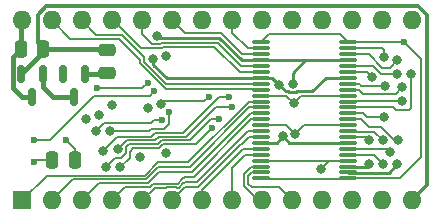
<source format=gbr>
%TF.GenerationSoftware,KiCad,Pcbnew,7.0.5-7.0.5~ubuntu20.04.1*%
%TF.CreationDate,2023-07-18T12:44:14+02:00*%
%TF.ProjectId,EpromEMU_BOT,4570726f-6d45-44d5-955f-424f542e6b69,rev?*%
%TF.SameCoordinates,Original*%
%TF.FileFunction,Copper,L2,Bot*%
%TF.FilePolarity,Positive*%
%FSLAX46Y46*%
G04 Gerber Fmt 4.6, Leading zero omitted, Abs format (unit mm)*
G04 Created by KiCad (PCBNEW 7.0.5-7.0.5~ubuntu20.04.1) date 2023-07-18 12:44:14*
%MOMM*%
%LPD*%
G01*
G04 APERTURE LIST*
G04 Aperture macros list*
%AMRoundRect*
0 Rectangle with rounded corners*
0 $1 Rounding radius*
0 $2 $3 $4 $5 $6 $7 $8 $9 X,Y pos of 4 corners*
0 Add a 4 corners polygon primitive as box body*
4,1,4,$2,$3,$4,$5,$6,$7,$8,$9,$2,$3,0*
0 Add four circle primitives for the rounded corners*
1,1,$1+$1,$2,$3*
1,1,$1+$1,$4,$5*
1,1,$1+$1,$6,$7*
1,1,$1+$1,$8,$9*
0 Add four rect primitives between the rounded corners*
20,1,$1+$1,$2,$3,$4,$5,0*
20,1,$1+$1,$4,$5,$6,$7,0*
20,1,$1+$1,$6,$7,$8,$9,0*
20,1,$1+$1,$8,$9,$2,$3,0*%
G04 Aperture macros list end*
%TA.AperFunction,ComponentPad*%
%ADD10C,0.800000*%
%TD*%
%TA.AperFunction,SMDPad,CuDef*%
%ADD11RoundRect,0.250000X0.250000X0.475000X-0.250000X0.475000X-0.250000X-0.475000X0.250000X-0.475000X0*%
%TD*%
%TA.AperFunction,SMDPad,CuDef*%
%ADD12RoundRect,0.075000X0.662500X0.075000X-0.662500X0.075000X-0.662500X-0.075000X0.662500X-0.075000X0*%
%TD*%
%TA.AperFunction,ComponentPad*%
%ADD13R,1.600000X1.600000*%
%TD*%
%TA.AperFunction,ComponentPad*%
%ADD14O,1.600000X1.600000*%
%TD*%
%TA.AperFunction,SMDPad,CuDef*%
%ADD15RoundRect,0.250000X0.475000X-0.250000X0.475000X0.250000X-0.475000X0.250000X-0.475000X-0.250000X0*%
%TD*%
%TA.AperFunction,SMDPad,CuDef*%
%ADD16RoundRect,0.250000X-0.250000X-0.475000X0.250000X-0.475000X0.250000X0.475000X-0.250000X0.475000X0*%
%TD*%
%TA.AperFunction,SMDPad,CuDef*%
%ADD17RoundRect,0.150000X-0.150000X0.587500X-0.150000X-0.587500X0.150000X-0.587500X0.150000X0.587500X0*%
%TD*%
%TA.AperFunction,ViaPad*%
%ADD18C,0.600000*%
%TD*%
%TA.AperFunction,ViaPad*%
%ADD19C,0.800000*%
%TD*%
%TA.AperFunction,Conductor*%
%ADD20C,0.200000*%
%TD*%
%TA.AperFunction,Conductor*%
%ADD21C,0.250000*%
%TD*%
%TA.AperFunction,Conductor*%
%ADD22C,0.400000*%
%TD*%
%TA.AperFunction,Conductor*%
%ADD23C,0.300000*%
%TD*%
G04 APERTURE END LIST*
D10*
%TO.P,J40,1,Pin_1*%
%TO.N,/uA16*%
X111658400Y-95123000D03*
%TD*%
%TO.P,J34,1,Pin_1*%
%TO.N,/~{DOE}*%
X113893600Y-86563200D03*
%TD*%
D11*
%TO.P,C1,1*%
%TO.N,+3V3*%
X106146600Y-95427800D03*
%TO.P,C1,2*%
%TO.N,GND*%
X104246600Y-95427800D03*
%TD*%
D12*
%TO.P,U5,1,T/~{R}1*%
%TO.N,/~{AOE}*%
X129304720Y-85461600D03*
%TO.P,U5,2,B0*%
%TO.N,/A10*%
X129304720Y-85961600D03*
%TO.P,U5,3,B1*%
%TO.N,/A11*%
X129304720Y-86461600D03*
%TO.P,U5,4,GND*%
%TO.N,GND*%
X129304720Y-86961600D03*
%TO.P,U5,5,B2*%
%TO.N,/A9*%
X129304720Y-87461600D03*
%TO.P,U5,6,B3*%
%TO.N,/A8*%
X129304720Y-87961600D03*
%TO.P,U5,7,VCC*%
%TO.N,+3V3*%
X129304720Y-88461600D03*
%TO.P,U5,8,B4*%
%TO.N,/A13*%
X129304720Y-88961600D03*
%TO.P,U5,9,B5*%
%TO.N,/A14*%
X129304720Y-89461600D03*
%TO.P,U5,10,GND*%
%TO.N,GND*%
X129304720Y-89961600D03*
%TO.P,U5,11,B6*%
%TO.N,/A15*%
X129304720Y-90461600D03*
%TO.P,U5,12,B7*%
%TO.N,/A12*%
X129304720Y-90961600D03*
%TO.P,U5,13,B8*%
%TO.N,/A7*%
X129304720Y-91461600D03*
%TO.P,U5,14,B9*%
%TO.N,/A6*%
X129304720Y-91961600D03*
%TO.P,U5,15,GND*%
%TO.N,GND*%
X129304720Y-92461600D03*
%TO.P,U5,16,B10*%
%TO.N,/A5*%
X129304720Y-92961600D03*
%TO.P,U5,17,B11*%
%TO.N,/A4*%
X129304720Y-93461600D03*
%TO.P,U5,18,VCC*%
%TO.N,+3V3*%
X129304720Y-93961600D03*
%TO.P,U5,19,B12*%
%TO.N,/A3*%
X129304720Y-94461600D03*
%TO.P,U5,20,B13*%
%TO.N,/A2*%
X129304720Y-94961600D03*
%TO.P,U5,21,GND*%
%TO.N,GND*%
X129304720Y-95461600D03*
%TO.P,U5,22,B14*%
%TO.N,/A1*%
X129304720Y-95961600D03*
%TO.P,U5,23,B15*%
%TO.N,/A0*%
X129304720Y-96461600D03*
%TO.P,U5,24,T/~{R}2*%
%TO.N,/~{AOE}*%
X129304720Y-96961600D03*
%TO.P,U5,25,~{OE2}*%
X121879720Y-96961600D03*
%TO.P,U5,26,A15*%
%TO.N,/EA0*%
X121879720Y-96461600D03*
%TO.P,U5,27,A14*%
%TO.N,/EA1*%
X121879720Y-95961600D03*
%TO.P,U5,28,GND*%
%TO.N,GND*%
X121879720Y-95461600D03*
%TO.P,U5,29,A13*%
%TO.N,/EA2*%
X121879720Y-94961600D03*
%TO.P,U5,30,A12*%
%TO.N,/EA3*%
X121879720Y-94461600D03*
%TO.P,U5,31,VCC*%
%TO.N,+3V3*%
X121879720Y-93961600D03*
%TO.P,U5,32,A11*%
%TO.N,/EA4*%
X121879720Y-93461600D03*
%TO.P,U5,33,A10*%
%TO.N,/EA5*%
X121879720Y-92961600D03*
%TO.P,U5,34,GND*%
%TO.N,GND*%
X121879720Y-92461600D03*
%TO.P,U5,35,A9*%
%TO.N,/EA6*%
X121879720Y-91961600D03*
%TO.P,U5,36,A8*%
%TO.N,/EA7*%
X121879720Y-91461600D03*
%TO.P,U5,37,A7*%
%TO.N,/EA12*%
X121879720Y-90961600D03*
%TO.P,U5,38,A6*%
%TO.N,/EA15*%
X121879720Y-90461600D03*
%TO.P,U5,39,GND*%
%TO.N,GND*%
X121879720Y-89961600D03*
%TO.P,U5,40,A5*%
%TO.N,/EA14*%
X121879720Y-89461600D03*
%TO.P,U5,41,A4*%
%TO.N,/EA13*%
X121879720Y-88961600D03*
%TO.P,U5,42,VCC*%
%TO.N,+3V3*%
X121879720Y-88461600D03*
%TO.P,U5,43,A3*%
%TO.N,/EA8*%
X121879720Y-87961600D03*
%TO.P,U5,44,A2*%
%TO.N,/EA9*%
X121879720Y-87461600D03*
%TO.P,U5,45,GND*%
%TO.N,GND*%
X121879720Y-86961600D03*
%TO.P,U5,46,A1*%
%TO.N,/EA11*%
X121879720Y-86461600D03*
%TO.P,U5,47,A0*%
%TO.N,/EA10*%
X121879720Y-85961600D03*
%TO.P,U5,48,~{OE1}*%
%TO.N,/~{AOE}*%
X121879720Y-85461600D03*
%TD*%
D10*
%TO.P,J2,1,Pin_1*%
%TO.N,/BATT*%
X107111800Y-91948000D03*
%TD*%
%TO.P,J32,1,Pin_1*%
%TO.N,/~{WERAM}*%
X113436400Y-90652600D03*
%TD*%
%TO.P,J31,1,Pin_1*%
%TO.N,/~{OERAM}*%
X113868200Y-94843600D03*
%TD*%
D13*
%TO.P,U7,1,A15*%
%TO.N,/EA15*%
X101650800Y-98831400D03*
D14*
%TO.P,U7,2,A12*%
%TO.N,/EA12*%
X104190800Y-98831400D03*
%TO.P,U7,3,A7*%
%TO.N,/EA7*%
X106730800Y-98831400D03*
%TO.P,U7,4,A6*%
%TO.N,/EA6*%
X109270800Y-98831400D03*
%TO.P,U7,5,A5*%
%TO.N,/EA5*%
X111810800Y-98831400D03*
%TO.P,U7,6,A4*%
%TO.N,/EA4*%
X114350800Y-98831400D03*
%TO.P,U7,7,A3*%
%TO.N,/EA3*%
X116890800Y-98831400D03*
%TO.P,U7,8,A2*%
%TO.N,/EA2*%
X119430800Y-98831400D03*
%TO.P,U7,9,A1*%
%TO.N,/EA1*%
X121970800Y-98831400D03*
%TO.P,U7,10,A0*%
%TO.N,/EA0*%
X124510800Y-98831400D03*
%TO.P,U7,11,D0*%
%TO.N,/ED0*%
X127050800Y-98831400D03*
%TO.P,U7,12,D1*%
%TO.N,/ED1*%
X129590800Y-98831400D03*
%TO.P,U7,13,D2*%
%TO.N,/ED2*%
X132130800Y-98831400D03*
%TO.P,U7,14,GND*%
%TO.N,GND*%
X134670800Y-98831400D03*
%TO.P,U7,15,D3*%
%TO.N,/ED3*%
X134670800Y-83591400D03*
%TO.P,U7,16,D4*%
%TO.N,/ED4*%
X132130800Y-83591400D03*
%TO.P,U7,17,D5*%
%TO.N,/ED5*%
X129590800Y-83591400D03*
%TO.P,U7,18,D6*%
%TO.N,/ED6*%
X127050800Y-83591400D03*
%TO.P,U7,19,D7*%
%TO.N,/ED7*%
X124510800Y-83591400D03*
%TO.P,U7,20,~{CE}*%
%TO.N,/~{ECS}*%
X121970800Y-83591400D03*
%TO.P,U7,21,A10*%
%TO.N,/EA10*%
X119430800Y-83591400D03*
%TO.P,U7,22,~{OE}*%
%TO.N,/~{EOE}*%
X116890800Y-83591400D03*
%TO.P,U7,23,A11*%
%TO.N,/EA11*%
X114350800Y-83591400D03*
%TO.P,U7,24,A9*%
%TO.N,/EA9*%
X111810800Y-83591400D03*
%TO.P,U7,25,A8*%
%TO.N,/EA8*%
X109270800Y-83591400D03*
%TO.P,U7,26,A13*%
%TO.N,/EA13*%
X106730800Y-83591400D03*
%TO.P,U7,27,A14*%
%TO.N,/EA14*%
X104190800Y-83591400D03*
%TO.P,U7,28,VCC*%
%TO.N,+5V*%
X101650800Y-83591400D03*
%TD*%
D15*
%TO.P,C2,1*%
%TO.N,/VCCRAM*%
X108839000Y-88011000D03*
%TO.P,C2,2*%
%TO.N,GND*%
X108839000Y-86111000D03*
%TD*%
D10*
%TO.P,J6,1,Pin_1*%
%TO.N,/A2*%
X132257800Y-95732600D03*
%TD*%
%TO.P,J18,1,Pin_1*%
%TO.N,/A14*%
X133883400Y-89230200D03*
%TD*%
%TO.P,J33,1,Pin_1*%
%TO.N,/~{AOE}*%
X112318800Y-91033600D03*
%TD*%
%TO.P,J5,1,Pin_1*%
%TO.N,/A1*%
X131089400Y-95732600D03*
%TD*%
%TO.P,J27,1,Pin_1*%
%TO.N,/D7*%
X108199200Y-91567000D03*
%TD*%
D16*
%TO.P,C6,1*%
%TO.N,+5V*%
X101589800Y-85979000D03*
%TO.P,C6,2*%
%TO.N,GND*%
X103489800Y-85979000D03*
%TD*%
D10*
%TO.P,J19,1,Pin_1*%
%TO.N,/A15*%
X133883400Y-90449400D03*
%TD*%
%TO.P,J16,1,Pin_1*%
%TO.N,/A12*%
X134645400Y-88087200D03*
%TD*%
%TO.P,J7,1,Pin_1*%
%TO.N,/A3*%
X132867400Y-94716600D03*
%TD*%
%TO.P,J21,1,Pin_1*%
%TO.N,/D1*%
X108762800Y-96012000D03*
%TD*%
%TO.P,J1,1,Pin_1*%
%TO.N,/A0*%
X133426200Y-95758000D03*
%TD*%
%TO.P,J10,1,Pin_1*%
%TO.N,/A6*%
X133477000Y-93700600D03*
%TD*%
%TO.P,J20,1,Pin_1*%
%TO.N,/D0*%
X109982000Y-96023800D03*
%TD*%
%TO.P,J23,1,Pin_1*%
%TO.N,/D3*%
X108508800Y-94640400D03*
%TD*%
%TO.P,J11,1,Pin_1*%
%TO.N,/A7*%
X132308600Y-91795600D03*
%TD*%
%TO.P,J30,1,Pin_1*%
%TO.N,+3V3*%
X112776000Y-86868000D03*
%TD*%
%TO.P,J22,1,Pin_1*%
%TO.N,/D2*%
X109778800Y-94513400D03*
%TD*%
%TO.P,J25,1,Pin_1*%
%TO.N,/D5*%
X107899200Y-92964000D03*
%TD*%
%TO.P,J8,1,Pin_1*%
%TO.N,/A4*%
X131038600Y-93751400D03*
%TD*%
%TO.P,J17,1,Pin_1*%
%TO.N,/A13*%
X132384800Y-89103200D03*
%TD*%
%TO.P,J24,1,Pin_1*%
%TO.N,/D4*%
X109143800Y-92989400D03*
%TD*%
%TO.P,J12,1,Pin_1*%
%TO.N,/A8*%
X131267200Y-88392000D03*
%TD*%
%TO.P,J15,1,Pin_1*%
%TO.N,/A11*%
X133451600Y-86944200D03*
%TD*%
%TO.P,J14,1,Pin_1*%
%TO.N,/A10*%
X132283200Y-86715600D03*
%TD*%
D17*
%TO.P,U8,1,GND*%
%TO.N,GND*%
X101564400Y-88165700D03*
%TO.P,U8,2,VO*%
%TO.N,Net-(U8-VO)*%
X103464400Y-88165700D03*
%TO.P,U8,3,VI*%
%TO.N,+5V*%
X102514400Y-90040700D03*
%TD*%
%TO.P,D2,1*%
%TO.N,+3V3*%
X105120400Y-88168000D03*
%TO.P,D2,2*%
%TO.N,/VCCRAM*%
X107020400Y-88168000D03*
%TO.P,D2,3*%
%TO.N,Net-(U8-VO)*%
X106070400Y-90043000D03*
%TD*%
D10*
%TO.P,J9,1,Pin_1*%
%TO.N,/A5*%
X132232400Y-93726000D03*
%TD*%
%TO.P,J13,1,Pin_1*%
%TO.N,/A9*%
X133451600Y-88112600D03*
%TD*%
%TO.P,J26,1,Pin_1*%
%TO.N,/D6*%
X109267600Y-90779600D03*
%TD*%
D18*
%TO.N,/~{AOE}*%
X134026400Y-85461600D03*
%TO.N,/~{DOE}*%
X112344200Y-88849200D03*
%TO.N,+3V3*%
X105388400Y-93715802D03*
%TO.N,GND*%
X102688400Y-95615808D03*
%TO.N,/~{DOE}*%
X108003577Y-89342808D03*
%TO.N,/~{AOE}*%
X102688400Y-93715806D03*
X112877600Y-89585800D03*
%TO.N,GND*%
X101594400Y-88165700D03*
X108839000Y-86111000D03*
%TO.N,+3V3*%
X105120400Y-88168000D03*
%TO.N,/VCCRAM*%
X108839006Y-88010994D03*
%TO.N,/D4*%
X114122200Y-91366600D03*
%TO.N,/D5*%
X113538000Y-92008400D03*
%TO.N,/D0*%
X117787043Y-92713087D03*
%TO.N,/D1*%
X118338600Y-91973400D03*
%TO.N,/D2*%
X119481600Y-90932000D03*
%TO.N,/D3*%
X119227600Y-90061600D03*
%TO.N,/~{WERAM}*%
X117498635Y-90034435D03*
D19*
%TO.N,GND*%
X113068558Y-84879227D03*
X124587781Y-88958600D03*
X124688600Y-90576400D03*
X124809695Y-93236600D03*
%TO.N,+3V3*%
X123469400Y-89052400D03*
X123770096Y-93418474D03*
%TO.N,GND*%
X127013376Y-96139150D03*
%TD*%
D20*
%TO.N,/~{AOE}*%
X104023194Y-93715806D02*
X102688400Y-93715806D01*
X107772200Y-89966800D02*
X104023194Y-93715806D01*
X112496600Y-89966800D02*
X107772200Y-89966800D01*
X112877600Y-89585800D02*
X112496600Y-89966800D01*
%TO.N,GND*%
X102876408Y-95427800D02*
X102688400Y-95615808D01*
X104246600Y-95427800D02*
X102876408Y-95427800D01*
%TO.N,+3V3*%
X106146600Y-94474000D02*
X105388400Y-93715800D01*
X106146600Y-95427800D02*
X106146600Y-94474000D01*
%TO.N,/D0*%
X110805800Y-94705600D02*
X111099600Y-94411800D01*
%TO.N,/D1*%
X108762800Y-96012000D02*
X109561400Y-95213400D01*
X109561400Y-95213400D02*
X110068750Y-95213400D01*
X110068750Y-95213400D02*
X110478800Y-94803350D01*
X110478800Y-94341552D02*
X110735552Y-94084800D01*
%TO.N,/D0*%
X109982000Y-96023800D02*
X110805800Y-95200000D01*
%TO.N,/D1*%
X110735552Y-94084800D02*
X113159048Y-94084800D01*
%TO.N,/D0*%
X110805800Y-95200000D02*
X110805800Y-94705600D01*
%TO.N,/D1*%
X113159048Y-94084800D02*
X113486248Y-93757600D01*
X115894000Y-93757600D02*
X117678200Y-91973400D01*
X113486248Y-93757600D02*
X115894000Y-93757600D01*
X110478800Y-94803350D02*
X110478800Y-94341552D01*
%TO.N,/D0*%
X116415530Y-94084600D02*
X117787043Y-92713087D01*
%TO.N,/D1*%
X117678200Y-91973400D02*
X118338600Y-91973400D01*
%TO.N,/D0*%
X111099600Y-94411800D02*
X113294496Y-94411800D01*
X113294496Y-94411800D02*
X113621696Y-94084600D01*
X113621696Y-94084600D02*
X116415530Y-94084600D01*
%TO.N,/D2*%
X112947400Y-93757800D02*
X113274600Y-93430600D01*
%TO.N,/D3*%
X115278000Y-93103600D02*
X118320000Y-90061600D01*
%TO.N,/D2*%
X109778800Y-94513400D02*
X110534400Y-93757800D01*
X115560600Y-93430600D02*
X118059200Y-90932000D01*
X118059200Y-90932000D02*
X119481600Y-90932000D01*
%TO.N,/D3*%
X108508800Y-94640400D02*
X109718400Y-93430800D01*
%TO.N,/D2*%
X110534400Y-93757800D02*
X112947400Y-93757800D01*
X113274600Y-93430600D02*
X115560600Y-93430600D01*
%TO.N,/D3*%
X109718400Y-93430800D02*
X112601200Y-93430800D01*
X112928400Y-93103600D02*
X115278000Y-93103600D01*
X112601200Y-93430800D02*
X112928400Y-93103600D01*
X118320000Y-90061600D02*
X119227600Y-90061600D01*
%TO.N,/D5*%
X107899200Y-92964000D02*
X108573800Y-92289400D01*
X108573800Y-92289400D02*
X112571200Y-92289400D01*
X112571200Y-92289400D02*
X112852200Y-92008400D01*
X112852200Y-92008400D02*
X113538000Y-92008400D01*
%TO.N,/D4*%
X112623600Y-92760800D02*
X113726129Y-92760800D01*
X109143800Y-92989400D02*
X112395000Y-92989400D01*
X112395000Y-92989400D02*
X112623600Y-92760800D01*
X113726129Y-92760800D02*
X114138000Y-92348929D01*
X114138000Y-92348929D02*
X114138000Y-91382400D01*
X114138000Y-91382400D02*
X114122200Y-91366600D01*
%TO.N,/~{DOE}*%
X111850592Y-89342808D02*
X112344200Y-88849200D01*
X108003577Y-89342808D02*
X111850592Y-89342808D01*
%TO.N,/EA14*%
X113890037Y-89434435D02*
X121852555Y-89434435D01*
X104190800Y-83591400D02*
X105727500Y-85128100D01*
X105727500Y-85128100D02*
X109893100Y-85128100D01*
X111683800Y-87228198D02*
X113890037Y-89434435D01*
X109893100Y-85128100D02*
X111683800Y-86918800D01*
X111683800Y-86918800D02*
X111683800Y-87228198D01*
%TO.N,/EA7*%
X106730800Y-98831400D02*
X108184400Y-97377800D01*
X108184400Y-97377800D02*
X112335096Y-97377800D01*
X112335096Y-97377800D02*
X113265496Y-96447400D01*
X113265496Y-96447400D02*
X116035421Y-96447400D01*
X116035421Y-96447400D02*
X121021221Y-91461600D01*
X121021221Y-91461600D02*
X121879720Y-91461600D01*
%TO.N,/EA12*%
X104190800Y-98831400D02*
X105971400Y-97050800D01*
X105971400Y-97050800D02*
X112199648Y-97050800D01*
X115861451Y-96027400D02*
X120927251Y-90961600D01*
X112199648Y-97050800D02*
X113223048Y-96027400D01*
X113223048Y-96027400D02*
X115861451Y-96027400D01*
X120927251Y-90961600D02*
X121879720Y-90961600D01*
%TO.N,/EA6*%
X121068200Y-91961600D02*
X121879720Y-91961600D01*
X113750517Y-97413600D02*
X113759717Y-97404400D01*
X109270800Y-98831400D02*
X110397400Y-97704800D01*
X115484144Y-96824800D02*
X116205000Y-96824800D01*
%TO.N,/EA15*%
X115741259Y-95607400D02*
X113180600Y-95607400D01*
%TO.N,/EA6*%
X115255544Y-97053400D02*
X115484144Y-96824800D01*
X116205000Y-96824800D02*
X121068200Y-91961600D01*
X114852904Y-97404400D02*
X115203904Y-97053400D01*
X113759717Y-97404400D02*
X114852904Y-97404400D01*
X115203904Y-97053400D02*
X115255544Y-97053400D01*
X112761744Y-97413600D02*
X113750517Y-97413600D01*
X112470544Y-97704800D02*
X112761744Y-97413600D01*
X110397400Y-97704800D02*
X112470544Y-97704800D01*
%TO.N,/EA15*%
X103758400Y-96723800D02*
X101650800Y-98831400D01*
X121879720Y-90461600D02*
X120887059Y-90461600D01*
X120887059Y-90461600D02*
X115741259Y-95607400D01*
X113180600Y-95607400D02*
X112064200Y-96723800D01*
X112064200Y-96723800D02*
X103758400Y-96723800D01*
%TO.N,/EA5*%
X115339352Y-97380400D02*
X115390992Y-97380400D01*
X113895165Y-97731400D02*
X114806435Y-97731400D01*
X111810800Y-98831400D02*
X112901600Y-97740600D01*
X116484959Y-97287400D02*
X120810759Y-92961600D01*
X112901600Y-97740600D02*
X113885965Y-97740600D01*
X113885965Y-97740600D02*
X113895165Y-97731400D01*
X114815635Y-97740600D02*
X114979152Y-97740600D01*
X114979152Y-97740600D02*
X115339352Y-97380400D01*
X114806435Y-97731400D02*
X114815635Y-97740600D01*
X120810759Y-92961600D02*
X121879720Y-92961600D01*
X115483992Y-97287400D02*
X116484959Y-97287400D01*
X115390992Y-97380400D02*
X115483992Y-97287400D01*
%TO.N,/~{WERAM}*%
X113436400Y-90652600D02*
X113665000Y-90424000D01*
X113665000Y-90424000D02*
X117109070Y-90424000D01*
X117109070Y-90424000D02*
X117498635Y-90034435D01*
%TO.N,/~{AOE}*%
X129304720Y-85461600D02*
X134026400Y-85461600D01*
X134026400Y-85461600D02*
X135458200Y-86893400D01*
X135458200Y-86893400D02*
X135458200Y-95148400D01*
X135458200Y-95148400D02*
X133645000Y-96961600D01*
X133645000Y-96961600D02*
X129304720Y-96961600D01*
%TO.N,/EA9*%
X120237172Y-87486802D02*
X121854518Y-87486802D01*
X113463535Y-85474200D02*
X118224570Y-85474200D01*
%TO.N,/EA8*%
X113493956Y-85906227D02*
X113598983Y-85801200D01*
%TO.N,/EA9*%
X112667257Y-85579227D02*
X113358508Y-85579227D01*
X111810800Y-84722770D02*
X112667257Y-85579227D01*
X111810800Y-83591400D02*
X111810800Y-84722770D01*
X113358508Y-85579227D02*
X113463535Y-85474200D01*
X118224570Y-85474200D02*
X120237172Y-87486802D01*
%TO.N,/EA8*%
X109408296Y-83591400D02*
X111723123Y-85906227D01*
X111723123Y-85906227D02*
X113493956Y-85906227D01*
X113598983Y-85801200D02*
X117957600Y-85801200D01*
X120118000Y-87961600D02*
X121879720Y-87961600D01*
X117957600Y-85801200D02*
X120118000Y-87961600D01*
D21*
%TO.N,+3V3*%
X124963086Y-89608600D02*
X124888086Y-89683600D01*
D20*
%TO.N,GND*%
X124067673Y-89961600D02*
X124141673Y-90035600D01*
D21*
%TO.N,+3V3*%
X124888086Y-89683600D02*
X124287476Y-89683600D01*
D20*
%TO.N,GND*%
X124141673Y-90035600D02*
X124147800Y-90035600D01*
D21*
%TO.N,+3V3*%
X124212476Y-89608600D02*
X124025600Y-89608600D01*
X129304720Y-88461600D02*
X127410772Y-88461600D01*
%TO.N,GND*%
X125637841Y-86961600D02*
X124587781Y-88011660D01*
D20*
X124147800Y-90035600D02*
X124688600Y-90576400D01*
D21*
%TO.N,+3V3*%
X126263772Y-89608600D02*
X124963086Y-89608600D01*
X127410772Y-88461600D02*
X126263772Y-89608600D01*
X124287476Y-89683600D02*
X124212476Y-89608600D01*
%TO.N,GND*%
X124587781Y-88011660D02*
X124587781Y-88958600D01*
X127127000Y-86961600D02*
X125637841Y-86961600D01*
D20*
X121879720Y-89961600D02*
X124067673Y-89961600D01*
D21*
%TO.N,+3V3*%
X124025600Y-89608600D02*
X123469400Y-89052400D01*
%TO.N,GND*%
X120261000Y-86961600D02*
X118342800Y-85043400D01*
X118342800Y-85043400D02*
X113232731Y-85043400D01*
X121879720Y-86961600D02*
X120261000Y-86961600D01*
X113232731Y-85043400D02*
X113068558Y-84879227D01*
%TO.N,/A0*%
X129304720Y-96461600D02*
X129312320Y-96469200D01*
X129312320Y-96469200D02*
X132715000Y-96469200D01*
X132715000Y-96469200D02*
X133426200Y-95758000D01*
D22*
%TO.N,GND*%
X103489800Y-86270300D02*
X101594400Y-88165700D01*
%TO.N,+5V*%
X101589800Y-85979000D02*
X100894400Y-86674400D01*
X101648500Y-90040700D02*
X102514400Y-90040700D01*
X100894400Y-86674400D02*
X100894400Y-89286600D01*
X100894400Y-89286600D02*
X101648500Y-90040700D01*
%TO.N,GND*%
X103489800Y-85979000D02*
X108707000Y-85979000D01*
D23*
X102990800Y-85480000D02*
X103489800Y-85979000D01*
X102990800Y-83094343D02*
X102990800Y-85480000D01*
X103693743Y-82391400D02*
X102990800Y-83094343D01*
X135940800Y-83164343D02*
X135167857Y-82391400D01*
X135167857Y-82391400D02*
X103693743Y-82391400D01*
X134670800Y-98831400D02*
X135940800Y-97561400D01*
X135940800Y-97561400D02*
X135940800Y-83164343D01*
D20*
%TO.N,/EA13*%
X112010800Y-86656352D02*
X110142848Y-84788400D01*
X113879650Y-88961600D02*
X112010800Y-87092750D01*
X112010800Y-87092750D02*
X112010800Y-86656352D01*
X121879720Y-88961600D02*
X113879650Y-88961600D01*
X110142848Y-84788400D02*
X107927800Y-84788400D01*
X107927800Y-84788400D02*
X106730800Y-83591400D01*
D22*
%TO.N,/VCCRAM*%
X107020400Y-88168000D02*
X108682000Y-88168000D01*
%TO.N,Net-(U8-VO)*%
X106070400Y-90043000D02*
X104267000Y-90043000D01*
X104267000Y-90043000D02*
X103464400Y-89240400D01*
X103464400Y-89240400D02*
X103464400Y-88165700D01*
D21*
%TO.N,+3V3*%
X121879720Y-88461600D02*
X113912400Y-88461600D01*
X113912400Y-88461600D02*
X112776000Y-87325200D01*
X112776000Y-87325200D02*
X112776000Y-86868000D01*
X122878600Y-88461600D02*
X123469400Y-89052400D01*
X121879720Y-88461600D02*
X122878600Y-88461600D01*
D20*
%TO.N,GND*%
X129304720Y-89961600D02*
X125303400Y-89961600D01*
X125303400Y-89961600D02*
X124688600Y-90576400D01*
X125584695Y-92461600D02*
X124809695Y-93236600D01*
X121879720Y-92461600D02*
X124034695Y-92461600D01*
X129304720Y-92461600D02*
X125584695Y-92461600D01*
X124034695Y-92461600D02*
X124809695Y-93236600D01*
D21*
%TO.N,+3V3*%
X129304720Y-93961600D02*
X124313222Y-93961600D01*
X124313222Y-93961600D02*
X123770096Y-93418474D01*
X121879720Y-93961600D02*
X123226970Y-93961600D01*
X123226970Y-93961600D02*
X123770096Y-93418474D01*
%TO.N,GND*%
X121879720Y-86961600D02*
X129304720Y-86961600D01*
D20*
%TO.N,/EA11*%
X121879720Y-86461600D02*
X120258804Y-86461600D01*
X115450800Y-84691400D02*
X114350800Y-83591400D01*
X118488603Y-84691400D02*
X115450800Y-84691400D01*
X120258804Y-86461600D02*
X118488603Y-84691400D01*
D22*
%TO.N,+5V*%
X101589800Y-85979000D02*
X101589800Y-83652400D01*
D20*
%TO.N,/EA3*%
X116890800Y-97947776D02*
X120376976Y-94461600D01*
%TO.N,/EA4*%
X120203006Y-94041600D02*
X120324729Y-94041600D01*
%TO.N,/EA3*%
X116890800Y-98831400D02*
X116890800Y-97947776D01*
X120376976Y-94461600D02*
X121879720Y-94461600D01*
%TO.N,/EA4*%
X120904729Y-93461600D02*
X121879720Y-93461600D01*
X116537206Y-97707400D02*
X120203006Y-94041600D01*
X120324729Y-94041600D02*
X120904729Y-93461600D01*
X114350800Y-98831400D02*
X115474800Y-97707400D01*
X115474800Y-97707400D02*
X116537206Y-97707400D01*
%TO.N,/~{AOE}*%
X128614720Y-84771600D02*
X129304720Y-85461600D01*
X122569720Y-84771600D02*
X128614720Y-84771600D01*
X121879720Y-85461600D02*
X122569720Y-84771600D01*
%TO.N,/A6*%
X129304720Y-91961600D02*
X130413290Y-91961600D01*
X130413290Y-91961600D02*
X131034690Y-92583000D01*
X131034690Y-92583000D02*
X132080000Y-92583000D01*
X132080000Y-92583000D02*
X133197600Y-93700600D01*
%TO.N,/A5*%
X131509400Y-93003000D02*
X129346120Y-93003000D01*
X132232400Y-93726000D02*
X131509400Y-93003000D01*
%TO.N,/A4*%
X129304720Y-93461600D02*
X130748800Y-93461600D01*
X130748800Y-93461600D02*
X131038600Y-93751400D01*
%TO.N,/A3*%
X129331120Y-94488000D02*
X132638800Y-94488000D01*
X132638800Y-94488000D02*
X132867400Y-94716600D01*
%TO.N,/A2*%
X129304720Y-94961600D02*
X131486800Y-94961600D01*
X131486800Y-94961600D02*
X132257800Y-95732600D01*
D21*
%TO.N,/A1*%
X129304720Y-95961600D02*
X130860400Y-95961600D01*
X130860400Y-95961600D02*
X131089400Y-95732600D01*
D20*
%TO.N,/A7*%
X130841260Y-91795600D02*
X132308600Y-91795600D01*
X129304720Y-91461600D02*
X130507260Y-91461600D01*
X130507260Y-91461600D02*
X130841260Y-91795600D01*
%TO.N,/A12*%
X129304720Y-90961600D02*
X133100200Y-90961600D01*
X133100200Y-90961600D02*
X133350000Y-91211400D01*
X133350000Y-91211400D02*
X134416800Y-91211400D01*
X134416800Y-91211400D02*
X134645400Y-90982800D01*
X134645400Y-90982800D02*
X134645400Y-88087200D01*
%TO.N,/A15*%
X129316920Y-90449400D02*
X133883400Y-90449400D01*
%TO.N,/A14*%
X129304720Y-89461600D02*
X130168030Y-89461600D01*
X130168030Y-89461600D02*
X130520830Y-89814400D01*
X130520830Y-89814400D02*
X133299200Y-89814400D01*
X133299200Y-89814400D02*
X133883400Y-89230200D01*
%TO.N,/A13*%
X129304720Y-88961600D02*
X130262000Y-88961600D01*
X130262000Y-88961600D02*
X130403600Y-89103200D01*
X130403600Y-89103200D02*
X132384800Y-89103200D01*
%TO.N,/A8*%
X129318720Y-87975600D02*
X130850800Y-87975600D01*
X130850800Y-87975600D02*
X131267200Y-88392000D01*
%TO.N,/A11*%
X132165970Y-87604600D02*
X132791200Y-87604600D01*
X131022970Y-86461600D02*
X132165970Y-87604600D01*
%TO.N,/A9*%
X129304720Y-87461600D02*
X131429000Y-87461600D01*
%TO.N,/A11*%
X129304720Y-86461600D02*
X131022970Y-86461600D01*
X132791200Y-87604600D02*
X133451600Y-86944200D01*
%TO.N,/A9*%
X131429000Y-87461600D02*
X132080000Y-88112600D01*
X132080000Y-88112600D02*
X133451600Y-88112600D01*
%TO.N,/A10*%
X129304720Y-85961600D02*
X132138800Y-85961600D01*
X132283200Y-86106000D02*
X132283200Y-86715600D01*
X132138800Y-85961600D02*
X132283200Y-86106000D01*
%TO.N,/EA1*%
X120427220Y-96559371D02*
X120427220Y-97610110D01*
%TO.N,/EA0*%
X121124880Y-97713800D02*
X123393200Y-97713800D01*
%TO.N,/EA1*%
X121024991Y-95961600D02*
X120427220Y-96559371D01*
X121879720Y-95961600D02*
X121024991Y-95961600D01*
X120427220Y-97610110D02*
X121648510Y-98831400D01*
%TO.N,/EA0*%
X123393200Y-97713800D02*
X124510800Y-98831400D01*
X121879720Y-96461600D02*
X121118961Y-96461600D01*
X121118961Y-96461600D02*
X120847220Y-96733341D01*
X120847220Y-96733341D02*
X120847220Y-97436140D01*
X120847220Y-97436140D02*
X121124880Y-97713800D01*
%TO.N,/EA2*%
X119430800Y-96123469D02*
X120592669Y-94961600D01*
X120592669Y-94961600D02*
X121879720Y-94961600D01*
X119430800Y-98831400D02*
X119430800Y-96123469D01*
%TO.N,GND*%
X127690926Y-95461600D02*
X127013376Y-96139150D01*
X129304720Y-95461600D02*
X127690926Y-95461600D01*
%TO.N,/~{AOE}*%
X121904720Y-96986600D02*
X129279720Y-96986600D01*
%TO.N,/EA10*%
X121879720Y-85961600D02*
X120769370Y-85961600D01*
X120769370Y-85961600D02*
X119430800Y-84623030D01*
X119430800Y-84623030D02*
X119430800Y-83591400D01*
%TO.N,GND*%
X121879720Y-95461600D02*
X129304720Y-95461600D01*
%TD*%
M02*

</source>
